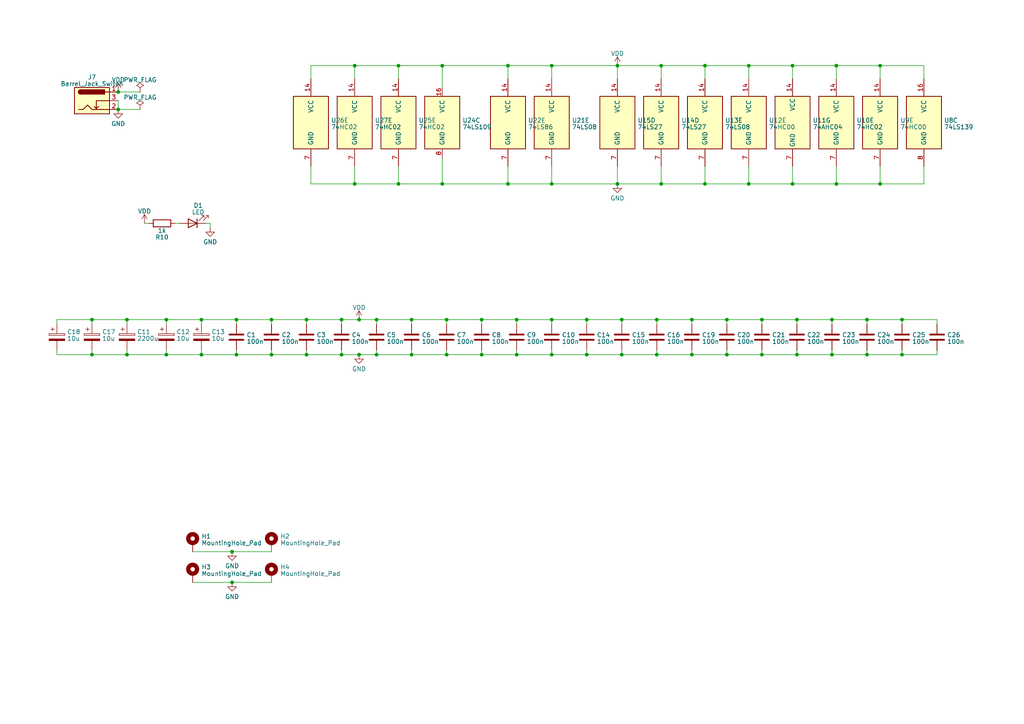
<source format=kicad_sch>
(kicad_sch (version 20230121) (generator eeschema)
  (paper "A4")
  (lib_symbols
    (symbol "74xx:74AHC04"
      (property "Reference" "U" (at 0 1.27 0))
      (property "Value" "74AHC04" (at 0 -1.27 0))
      (symbol "74AHC04_1_0"
        (pin input line (at -7.62 0 0) (length 3.81) (name "~") (number "1"))
        (pin output inverted (at 7.62 0 180) (length 3.81) (name "~") (number "2"))
      )
      (symbol "74AHC04_2_0"
        (pin input line (at -7.62 0 0) (length 3.81) (name "~") (number "3"))
        (pin output inverted (at 7.62 0 180) (length 3.81) (name "~") (number "4"))
      )
      (symbol "74AHC04_3_0"
        (pin input line (at -7.62 0 0) (length 3.81) (name "~") (number "5"))
        (pin output inverted (at 7.62 0 180) (length 3.81) (name "~") (number "6"))
      )
      (symbol "74AHC04_4_0"
        (pin output inverted (at 7.62 0 180) (length 3.81) (name "~") (number "8"))
        (pin input line (at -7.62 0 0) (length 3.81) (name "~") (number "9"))
      )
      (symbol "74AHC04_5_0"
        (pin output inverted (at 7.62 0 180) (length 3.81) (name "~") (number "10"))
        (pin input line (at -7.62 0 0) (length 3.81) (name "~") (number "11"))
      )
      (symbol "74AHC04_6_0"
        (pin output inverted (at 7.62 0 180) (length 3.81) (name "~") (number "12"))
        (pin input line (at -7.62 0 0) (length 3.81) (name "~") (number "13"))
      )
      (symbol "74AHC04_7_0"
        (pin power_in line (at 0 12.7 270) (length 5.08) (name "VCC") (number "14"))
        (pin power_in line (at 0 -12.7 90) (length 5.08) (name "GND") (number "7"))
      )
    )
    (symbol "74xx:74HC00" (pin_names (offset 1.016))
      (property "Reference" "U" (at 0 1.27 0))
      (property "Value" "74HC00" (at 0 -1.27 0))
      (symbol "74HC00_1_1"
        (pin input line (at -7.62 2.54 0) (length 3.81) (name "~") (number "1"))
        (pin input line (at -7.62 -2.54 0) (length 3.81) (name "~") (number "2"))
        (pin output inverted (at 7.62 0 180) (length 3.81) (name "~") (number "3"))
      )
      (symbol "74HC00_1_2"
        (pin input inverted (at -7.62 2.54 0) (length 4.318) (name "~") (number "1"))
        (pin input inverted (at -7.62 -2.54 0) (length 4.318) (name "~") (number "2"))
        (pin output line (at 7.62 0 180) (length 3.81) (name "~") (number "3"))
      )
      (symbol "74HC00_2_1"
        (pin input line (at -7.62 2.54 0) (length 3.81) (name "~") (number "4"))
        (pin input line (at -7.62 -2.54 0) (length 3.81) (name "~") (number "5"))
        (pin output inverted (at 7.62 0 180) (length 3.81) (name "~") (number "6"))
      )
      (symbol "74HC00_2_2"
        (pin input inverted (at -7.62 2.54 0) (length 4.318) (name "~") (number "4"))
        (pin input inverted (at -7.62 -2.54 0) (length 4.318) (name "~") (number "5"))
        (pin output line (at 7.62 0 180) (length 3.81) (name "~") (number "6"))
      )
      (symbol "74HC00_3_1"
        (pin input line (at -7.62 -2.54 0) (length 3.81) (name "~") (number "10"))
        (pin output inverted (at 7.62 0 180) (length 3.81) (name "~") (number "8"))
        (pin input line (at -7.62 2.54 0) (length 3.81) (name "~") (number "9"))
      )
      (symbol "74HC00_3_2"
        (pin input inverted (at -7.62 -2.54 0) (length 4.318) (name "~") (number "10"))
        (pin output line (at 7.62 0 180) (length 3.81) (name "~") (number "8"))
        (pin input inverted (at -7.62 2.54 0) (length 4.318) (name "~") (number "9"))
      )
      (symbol "74HC00_4_1"
        (pin output inverted (at 7.62 0 180) (length 3.81) (name "~") (number "11"))
        (pin input line (at -7.62 2.54 0) (length 3.81) (name "~") (number "12"))
        (pin input line (at -7.62 -2.54 0) (length 3.81) (name "~") (number "13"))
      )
      (symbol "74HC00_4_2"
        (pin output line (at 7.62 0 180) (length 3.81) (name "~") (number "11"))
        (pin input inverted (at -7.62 2.54 0) (length 4.318) (name "~") (number "12"))
        (pin input inverted (at -7.62 -2.54 0) (length 4.318) (name "~") (number "13"))
      )
      (symbol "74HC00_5_0"
        (pin power_in line (at 0 12.7 270) (length 5.08) (name "VCC") (number "14"))
        (pin power_in line (at 0 -12.7 90) (length 5.08) (name "GND") (number "7"))
      )
    )
    (symbol "74xx:74HC02" (pin_names (offset 1.016))
      (property "Reference" "U" (at 0 1.27 0))
      (property "Value" "74HC02" (at 0 -1.27 0))
      (symbol "74HC02_1_1"
        (pin output inverted (at 7.62 0 180) (length 3.81) (name "~") (number "1"))
        (pin input line (at -7.62 2.54 0) (length 4.318) (name "~") (number "2"))
        (pin input line (at -7.62 -2.54 0) (length 4.318) (name "~") (number "3"))
      )
      (symbol "74HC02_1_2"
        (pin output line (at 7.62 0 180) (length 3.81) (name "~") (number "1"))
        (pin input inverted (at -7.62 2.54 0) (length 3.81) (name "~") (number "2"))
        (pin input inverted (at -7.62 -2.54 0) (length 3.81) (name "~") (number "3"))
      )
      (symbol "74HC02_2_1"
        (pin output inverted (at 7.62 0 180) (length 3.81) (name "~") (number "4"))
        (pin input line (at -7.62 2.54 0) (length 4.318) (name "~") (number "5"))
        (pin input line (at -7.62 -2.54 0) (length 4.318) (name "~") (number "6"))
      )
      (symbol "74HC02_2_2"
        (pin output line (at 7.62 0 180) (length 3.81) (name "~") (number "4"))
        (pin input inverted (at -7.62 2.54 0) (length 3.81) (name "~") (number "5"))
        (pin input inverted (at -7.62 -2.54 0) (length 3.81) (name "~") (number "6"))
      )
      (symbol "74HC02_3_1"
        (pin output inverted (at 7.62 0 180) (length 3.81) (name "~") (number "10"))
        (pin input line (at -7.62 2.54 0) (length 4.318) (name "~") (number "8"))
        (pin input line (at -7.62 -2.54 0) (length 4.318) (name "~") (number "9"))
      )
      (symbol "74HC02_3_2"
        (pin output line (at 7.62 0 180) (length 3.81) (name "~") (number "10"))
        (pin input inverted (at -7.62 2.54 0) (length 3.81) (name "~") (number "8"))
        (pin input inverted (at -7.62 -2.54 0) (length 3.81) (name "~") (number "9"))
      )
      (symbol "74HC02_4_1"
        (pin input line (at -7.62 2.54 0) (length 4.318) (name "~") (number "11"))
        (pin input line (at -7.62 -2.54 0) (length 4.318) (name "~") (number "12"))
        (pin output inverted (at 7.62 0 180) (length 3.81) (name "~") (number "13"))
      )
      (symbol "74HC02_4_2"
        (pin input inverted (at -7.62 2.54 0) (length 3.81) (name "~") (number "11"))
        (pin input inverted (at -7.62 -2.54 0) (length 3.81) (name "~") (number "12"))
        (pin output line (at 7.62 0 180) (length 3.81) (name "~") (number "13"))
      )
      (symbol "74HC02_5_0"
        (pin power_in line (at 0 12.7 270) (length 5.08) (name "VCC") (number "14"))
        (pin power_in line (at 0 -12.7 90) (length 5.08) (name "GND") (number "7"))
      )
    )
    (symbol "74xx:74LS08" (pin_names (offset 1.016))
      (property "Reference" "U" (at 0 1.27 0))
      (property "Value" "74LS08" (at 0 -1.27 0))
      (symbol "74LS08_1_1"
        (pin input line (at -7.62 2.54 0) (length 3.81) (name "~") (number "1"))
        (pin input line (at -7.62 -2.54 0) (length 3.81) (name "~") (number "2"))
        (pin output line (at 7.62 0 180) (length 3.81) (name "~") (number "3"))
      )
      (symbol "74LS08_1_2"
        (pin input inverted (at -7.62 2.54 0) (length 4.318) (name "~") (number "1"))
        (pin input inverted (at -7.62 -2.54 0) (length 4.318) (name "~") (number "2"))
        (pin output inverted (at 7.62 0 180) (length 3.81) (name "~") (number "3"))
      )
      (symbol "74LS08_2_1"
        (pin input line (at -7.62 2.54 0) (length 3.81) (name "~") (number "4"))
        (pin input line (at -7.62 -2.54 0) (length 3.81) (name "~") (number "5"))
        (pin output line (at 7.62 0 180) (length 3.81) (name "~") (number "6"))
      )
      (symbol "74LS08_2_2"
        (pin input inverted (at -7.62 2.54 0) (length 4.318) (name "~") (number "4"))
        (pin input inverted (at -7.62 -2.54 0) (length 4.318) (name "~") (number "5"))
        (pin output inverted (at 7.62 0 180) (length 3.81) (name "~") (number "6"))
      )
      (symbol "74LS08_3_1"
        (pin input line (at -7.62 -2.54 0) (length 3.81) (name "~") (number "10"))
        (pin output line (at 7.62 0 180) (length 3.81) (name "~") (number "8"))
        (pin input line (at -7.62 2.54 0) (length 3.81) (name "~") (number "9"))
      )
      (symbol "74LS08_3_2"
        (pin input inverted (at -7.62 -2.54 0) (length 4.318) (name "~") (number "10"))
        (pin output inverted (at 7.62 0 180) (length 3.81) (name "~") (number "8"))
        (pin input inverted (at -7.62 2.54 0) (length 4.318) (name "~") (number "9"))
      )
      (symbol "74LS08_4_1"
        (pin output line (at 7.62 0 180) (length 3.81) (name "~") (number "11"))
        (pin input line (at -7.62 2.54 0) (length 3.81) (name "~") (number "12"))
        (pin input line (at -7.62 -2.54 0) (length 3.81) (name "~") (number "13"))
      )
      (symbol "74LS08_4_2"
        (pin output inverted (at 7.62 0 180) (length 3.81) (name "~") (number "11"))
        (pin input inverted (at -7.62 2.54 0) (length 4.318) (name "~") (number "12"))
        (pin input inverted (at -7.62 -2.54 0) (length 4.318) (name "~") (number "13"))
      )
      (symbol "74LS08_5_0"
        (pin power_in line (at 0 12.7 270) (length 5.08) (name "VCC") (number "14"))
        (pin power_in line (at 0 -12.7 90) (length 5.08) (name "GND") (number "7"))
      )
    )
    (symbol "74xx:74LS109" (pin_names (offset 1.016))
      (property "Reference" "U" (at -7.62 8.89 0))
      (property "Value" "74LS109" (at -7.62 -8.89 0))
      (symbol "74LS109_1_0"
        (pin input line (at 0 -7.62 90) (length 2.54) (name "~{R}") (number "1"))
        (pin input line (at -7.62 2.54 0) (length 2.54) (name "J") (number "2"))
        (pin input line (at -7.62 -2.54 0) (length 2.54) (name "~{K}") (number "3"))
        (pin input clock (at -7.62 0 0) (length 2.54) (name "C") (number "4"))
        (pin input line (at 0 7.62 270) (length 2.54) (name "~{S}") (number "5"))
        (pin output line (at 7.62 2.54 180) (length 2.54) (name "Q") (number "6"))
        (pin output line (at 7.62 -2.54 180) (length 2.54) (name "~{Q}") (number "7"))
      )
      (symbol "74LS109_2_0"
        (pin output line (at 7.62 2.54 180) (length 2.54) (name "Q") (number "10"))
        (pin input line (at 0 7.62 270) (length 2.54) (name "~{S}") (number "11"))
        (pin input clock (at -7.62 0 0) (length 2.54) (name "C") (number "12"))
        (pin input line (at -7.62 -2.54 0) (length 2.54) (name "~{K}") (number "13"))
        (pin input line (at -7.62 2.54 0) (length 2.54) (name "J") (number "14"))
        (pin input line (at 0 -7.62 90) (length 2.54) (name "~{R}") (number "15"))
        (pin output line (at 7.62 -2.54 180) (length 2.54) (name "~{Q}") (number "9"))
      )
      (symbol "74LS109_3_0"
        (pin power_in line (at 0 10.16 270) (length 2.54) (name "VCC") (number "16"))
        (pin power_in line (at 0 -10.16 90) (length 2.54) (name "GND") (number "8"))
      )
    )
    (symbol "74xx:74LS139" (pin_names (offset 1.016))
      (property "Reference" "U" (at -7.62 8.89 0))
      (property "Value" "74LS139" (at -7.62 -8.89 0))
      (symbol "74LS139_1_0"
        (pin input inverted (at -12.7 -5.08 0) (length 5.08) (name "E") (number "1"))
        (pin input line (at -12.7 0 0) (length 5.08) (name "A0") (number "2"))
        (pin input line (at -12.7 2.54 0) (length 5.08) (name "A1") (number "3"))
        (pin output inverted (at 12.7 2.54 180) (length 5.08) (name "O0") (number "4"))
        (pin output inverted (at 12.7 0 180) (length 5.08) (name "O1") (number "5"))
        (pin output inverted (at 12.7 -2.54 180) (length 5.08) (name "O2") (number "6"))
        (pin output inverted (at 12.7 -5.08 180) (length 5.08) (name "O3") (number "7"))
      )
      (symbol "74LS139_2_0"
        (pin output inverted (at 12.7 -2.54 180) (length 5.08) (name "O2") (number "10"))
        (pin output inverted (at 12.7 0 180) (length 5.08) (name "O1") (number "11"))
        (pin output inverted (at 12.7 2.54 180) (length 5.08) (name "O0") (number "12"))
        (pin input line (at -12.7 2.54 0) (length 5.08) (name "A1") (number "13"))
        (pin input line (at -12.7 0 0) (length 5.08) (name "A0") (number "14"))
        (pin input inverted (at -12.7 -5.08 0) (length 5.08) (name "E") (number "15"))
        (pin output inverted (at 12.7 -5.08 180) (length 5.08) (name "O3") (number "9"))
      )
      (symbol "74LS139_3_0"
        (pin power_in line (at 0 12.7 270) (length 5.08) (name "VCC") (number "16"))
        (pin power_in line (at 0 -12.7 90) (length 5.08) (name "GND") (number "8"))
      )
    )
    (symbol "74xx:74LS27" (pin_names (offset 1.016))
      (property "Reference" "U" (at 0 1.27 0))
      (property "Value" "74LS27" (at 0 -1.27 0))
      (symbol "74LS27_1_1"
        (pin input line (at -7.62 2.54 0) (length 4.318) (name "~") (number "1"))
        (pin output inverted (at 7.62 0 180) (length 3.81) (name "~") (number "12"))
        (pin input line (at -7.62 -2.54 0) (length 4.318) (name "~") (number "13"))
        (pin input line (at -7.62 0 0) (length 4.953) (name "~") (number "2"))
      )
      (symbol "74LS27_1_2"
        (pin input inverted (at -7.62 2.54 0) (length 3.81) (name "~") (number "1"))
        (pin output line (at 7.62 0 180) (length 3.81) (name "~") (number "12"))
        (pin input inverted (at -7.62 -2.54 0) (length 3.81) (name "~") (number "13"))
        (pin input inverted (at -7.62 0 0) (length 3.81) (name "~") (number "2"))
      )
      (symbol "74LS27_2_1"
        (pin input line (at -7.62 2.54 0) (length 4.318) (name "~") (number "3"))
        (pin input line (at -7.62 0 0) (length 4.953) (name "~") (number "4"))
        (pin input line (at -7.62 -2.54 0) (length 4.318) (name "~") (number "5"))
        (pin output inverted (at 7.62 0 180) (length 3.81) (name "~") (number "6"))
      )
      (symbol "74LS27_2_2"
        (pin input inverted (at -7.62 2.54 0) (length 3.81) (name "~") (number "3"))
        (pin input inverted (at -7.62 0 0) (length 3.81) (name "~") (number "4"))
        (pin input inverted (at -7.62 -2.54 0) (length 3.81) (name "~") (number "5"))
        (pin output line (at 7.62 0 180) (length 3.81) (name "~") (number "6"))
      )
      (symbol "74LS27_3_1"
        (pin input line (at -7.62 0 0) (length 4.953) (name "~") (number "10"))
        (pin input line (at -7.62 -2.54 0) (length 4.318) (name "~") (number "11"))
        (pin output inverted (at 7.62 0 180) (length 3.81) (name "~") (number "8"))
        (pin input line (at -7.62 2.54 0) (length 4.318) (name "~") (number "9"))
      )
      (symbol "74LS27_3_2"
        (pin input inverted (at -7.62 0 0) (length 3.81) (name "~") (number "10"))
        (pin input inverted (at -7.62 -2.54 0) (length 3.81) (name "~") (number "11"))
        (pin output line (at 7.62 0 180) (length 3.81) (name "~") (number "8"))
        (pin input inverted (at -7.62 2.54 0) (length 3.81) (name "~") (number "9"))
      )
      (symbol "74LS27_4_0"
        (pin power_in line (at 0 12.7 270) (length 5.08) (name "VCC") (number "14"))
        (pin power_in line (at 0 -12.7 90) (length 5.08) (name "GND") (number "7"))
      )
    )
    (symbol "74xx:74LS86" (pin_names (offset 1.016))
      (property "Reference" "U" (at 0 1.27 0))
      (property "Value" "74LS86" (at 0 -1.27 0))
      (symbol "74LS86_1_0"
        (pin input line (at -7.62 2.54 0) (length 4.445) (name "~") (number "1"))
        (pin input line (at -7.62 -2.54 0) (length 4.445) (name "~") (number "2"))
        (pin output line (at 7.62 0 180) (length 3.81) (name "~") (number "3"))
      )
      (symbol "74LS86_2_0"
        (pin input line (at -7.62 2.54 0) (length 4.445) (name "~") (number "4"))
        (pin input line (at -7.62 -2.54 0) (length 4.445) (name "~") (number "5"))
        (pin output line (at 7.62 0 180) (length 3.81) (name "~") (number "6"))
      )
      (symbol "74LS86_3_0"
        (pin input line (at -7.62 -2.54 0) (length 4.445) (name "~") (number "10"))
        (pin output line (at 7.62 0 180) (length 3.81) (name "~") (number "8"))
        (pin input line (at -7.62 2.54 0) (length 4.445) (name "~") (number "9"))
      )
      (symbol "74LS86_4_0"
        (pin output line (at 7.62 0 180) (length 3.81) (name "~") (number "11"))
        (pin input line (at -7.62 2.54 0) (length 4.445) (name "~") (number "12"))
        (pin input line (at -7.62 -2.54 0) (length 4.445) (name "~") (number "13"))
      )
      (symbol "74LS86_5_0"
        (pin power_in line (at 0 12.7 270) (length 5.08) (name "VCC") (number "14"))
        (pin power_in line (at 0 -12.7 90) (length 5.08) (name "GND") (number "7"))
      )
    )
    (symbol "Connector:Barrel_Jack_Switch" (pin_names hide)
      (property "Reference" "J" (at 0 5.334 0))
      (property "Value" "Barrel_Jack_Switch" (at 0 -5.08 0))
      (symbol "Barrel_Jack_Switch_1_1"
        (pin passive line (at 7.62 2.54 180) (length 2.54) (name "~") (number "1"))
        (pin passive line (at 7.62 -2.54 180) (length 2.54) (name "~") (number "2"))
        (pin passive line (at 7.62 0 180) (length 2.54) (name "~") (number "3"))
      )
    )
    (symbol "Device:C" (pin_numbers hide) (pin_names (offset 0.254))
      (property "Reference" "C" (at 0.635 2.54 0))
      (property "Value" "C" (at 0.635 -2.54 0))
      (symbol "C_1_1"
        (pin passive line (at 0 3.81 270) (length 2.794) (name "~") (number "1"))
        (pin passive line (at 0 -3.81 90) (length 2.794) (name "~") (number "2"))
      )
    )
    (symbol "Device:C_Polarized" (pin_numbers hide) (pin_names (offset 0.254))
      (property "Reference" "C" (at 0.635 2.54 0))
      (property "Value" "C_Polarized" (at 0.635 -2.54 0))
      (symbol "C_Polarized_1_1"
        (pin passive line (at 0 3.81 270) (length 2.794) (name "~") (number "1"))
        (pin passive line (at 0 -3.81 90) (length 2.794) (name "~") (number "2"))
      )
    )
    (symbol "Device:LED" (pin_numbers hide) (pin_names (offset 1.016) hide)
      (property "Reference" "D" (at 0 2.54 0))
      (property "Value" "LED" (at 0 -2.54 0))
      (symbol "LED_1_1"
        (pin passive line (at -3.81 0 0) (length 2.54) (name "K") (number "1"))
        (pin passive line (at 3.81 0 180) (length 2.54) (name "A") (number "2"))
      )
    )
    (symbol "Device:R" (pin_numbers hide) (pin_names (offset 0))
      (property "Reference" "R" (at 2.032 0 90))
      (property "Value" "R" (at 0 0 90))
      (symbol "R_1_1"
        (pin passive line (at 0 3.81 270) (length 1.27) (name "~") (number "1"))
        (pin passive line (at 0 -3.81 90) (length 1.27) (name "~") (number "2"))
      )
    )
    (symbol "Mechanical:MountingHole_Pad" (pin_numbers hide) (pin_names (offset 1.016) hide)
      (property "Reference" "H" (at 0 6.35 0))
      (property "Value" "MountingHole_Pad" (at 0 4.445 0))
      (symbol "MountingHole_Pad_1_1"
        (pin input line (at 0 -2.54 90) (length 2.54) (name "1") (number "1"))
      )
    )
    (symbol "power:GND" (power) (pin_names (offset 0))
      (property "Value" "GND" (at 0 -3.81 0))
      (symbol "GND_1_1"
        (pin power_in line (at 0 0 270) (length 0) hide (name "GND") (number "1"))
      )
    )
    (symbol "power:PWR_FLAG" (power) (pin_numbers hide) (pin_names (offset 0) hide)
      (property "Value" "PWR_FLAG" (at 0 3.81 0))
      (symbol "PWR_FLAG_0_0"
        (pin power_out line (at 0 0 90) (length 0) (name "pwr") (number "1"))
      )
    )
    (symbol "power:VDD" (power) (pin_names (offset 0))
      (property "Value" "VDD" (at 0 3.81 0))
      (symbol "VDD_1_1"
        (pin power_in line (at 0 0 90) (length 0) hide (name "VDD") (number "1"))
      )
    )
  )
  (junction (at 191.77 19.05))
  (junction (at 149.86 92.71))
  (junction (at 179.07 53.34))
  (junction (at 180.34 92.71))
  (junction (at 68.58 102.87))
  (junction (at 220.98 92.71))
  (junction (at 102.87 53.34))
  (junction (at 119.38 102.87))
  (junction (at 104.14 92.71))
  (junction (at 160.02 19.05))
  (junction (at 204.47 19.05))
  (junction (at 147.32 53.34))
  (junction (at 34.29 31.75))
  (junction (at 149.86 102.87))
  (junction (at 36.83 102.87))
  (junction (at 109.22 92.71))
  (junction (at 88.9 92.71))
  (junction (at 139.7 92.71))
  (junction (at 180.34 102.87))
  (junction (at 139.7 102.87))
  (junction (at 204.47 53.34))
  (junction (at 34.29 26.67))
  (junction (at 251.46 102.87))
  (junction (at 128.27 53.34))
  (junction (at 200.66 92.71))
  (junction (at 255.27 19.05))
  (junction (at 229.87 53.34))
  (junction (at 160.02 92.71))
  (junction (at 217.17 19.05))
  (junction (at 99.06 92.71))
  (junction (at 210.82 92.71))
  (junction (at 109.22 102.87))
  (junction (at 160.02 102.87))
  (junction (at 58.42 92.71))
  (junction (at 231.14 92.71))
  (junction (at 78.74 92.71))
  (junction (at 241.3 102.87))
  (junction (at 229.87 19.05))
  (junction (at 242.57 53.34))
  (junction (at 78.74 102.87))
  (junction (at 261.62 102.87))
  (junction (at 48.26 92.71))
  (junction (at 88.9 102.87))
  (junction (at 251.46 92.71))
  (junction (at 217.17 53.34))
  (junction (at 147.32 19.05))
  (junction (at 119.38 92.71))
  (junction (at 190.5 102.87))
  (junction (at 200.66 102.87))
  (junction (at 99.06 102.87))
  (junction (at 160.02 53.34))
  (junction (at 128.27 19.05))
  (junction (at 67.31 160.02))
  (junction (at 241.3 92.71))
  (junction (at 48.26 102.87))
  (junction (at 26.67 92.71))
  (junction (at 26.67 102.87))
  (junction (at 68.58 92.71))
  (junction (at 129.54 102.87))
  (junction (at 67.31 168.91))
  (junction (at 179.07 19.05))
  (junction (at 220.98 102.87))
  (junction (at 36.83 92.71))
  (junction (at 104.14 102.87))
  (junction (at 129.54 92.71))
  (junction (at 170.18 92.71))
  (junction (at 170.18 102.87))
  (junction (at 231.14 102.87))
  (junction (at 242.57 19.05))
  (junction (at 115.57 19.05))
  (junction (at 261.62 92.71))
  (junction (at 255.27 53.34))
  (junction (at 210.82 102.87))
  (junction (at 115.57 53.34))
  (junction (at 58.42 102.87))
  (junction (at 102.87 19.05))
  (junction (at 191.77 53.34))
  (junction (at 190.5 92.71))
  (wire (pts (xy 147.32 22.86) (xy 147.32 19.05)))
  (wire (pts (xy 68.58 93.98) (xy 68.58 92.71)))
  (wire (pts (xy 90.17 48.26) (xy 90.17 53.34)))
  (wire (pts (xy 26.67 92.71) (xy 36.83 92.71)))
  (wire (pts (xy 59.69 64.77) (xy 60.96 64.77)))
  (wire (pts (xy 160.02 53.34) (xy 179.07 53.34)))
  (wire (pts (xy 190.5 92.71) (xy 200.66 92.71)))
  (wire (pts (xy 119.38 101.6) (xy 119.38 102.87)))
  (wire (pts (xy 242.57 53.34) (xy 255.27 53.34)))
  (wire (pts (xy 220.98 92.71) (xy 231.14 92.71)))
  (wire (pts (xy 147.32 53.34) (xy 160.02 53.34)))
  (wire (pts (xy 129.54 101.6) (xy 129.54 102.87)))
  (wire (pts (xy 217.17 53.34) (xy 229.87 53.34)))
  (wire (pts (xy 88.9 102.87) (xy 78.74 102.87)))
  (wire (pts (xy 147.32 48.26) (xy 147.32 53.34)))
  (wire (pts (xy 217.17 19.05) (xy 229.87 19.05)))
  (wire (pts (xy 99.06 102.87) (xy 88.9 102.87)))
  (wire (pts (xy 179.07 48.26) (xy 179.07 53.34)))
  (wire (pts (xy 241.3 102.87) (xy 231.14 102.87)))
  (wire (pts (xy 128.27 45.72) (xy 128.27 53.34)))
  (wire (pts (xy 160.02 102.87) (xy 160.02 101.6)))
  (wire (pts (xy 115.57 53.34) (xy 128.27 53.34)))
  (wire (pts (xy 191.77 48.26) (xy 191.77 53.34)))
  (wire (pts (xy 26.67 102.87) (xy 36.83 102.87)))
  (wire (pts (xy 160.02 92.71) (xy 170.18 92.71)))
  (wire (pts (xy 210.82 92.71) (xy 210.82 93.98)))
  (wire (pts (xy 251.46 102.87) (xy 241.3 102.87)))
  (wire (pts (xy 109.22 102.87) (xy 104.14 102.87)))
  (wire (pts (xy 191.77 53.34) (xy 204.47 53.34)))
  (wire (pts (xy 241.3 92.71) (xy 241.3 93.98)))
  (wire (pts (xy 229.87 19.05) (xy 229.87 22.86)))
  (wire (pts (xy 48.26 92.71) (xy 48.26 93.98)))
  (wire (pts (xy 115.57 19.05) (xy 115.57 22.86)))
  (wire (pts (xy 160.02 19.05) (xy 179.07 19.05)))
  (wire (pts (xy 109.22 101.6) (xy 109.22 102.87)))
  (wire (pts (xy 191.77 19.05) (xy 191.77 22.86)))
  (wire (pts (xy 210.82 101.6) (xy 210.82 102.87)))
  (wire (pts (xy 109.22 92.71) (xy 109.22 93.98)))
  (wire (pts (xy 180.34 92.71) (xy 190.5 92.71)))
  (wire (pts (xy 271.78 93.98) (xy 271.78 92.71)))
  (wire (pts (xy 48.26 92.71) (xy 36.83 92.71)))
  (wire (pts (xy 267.97 53.34) (xy 267.97 48.26)))
  (wire (pts (xy 26.67 92.71) (xy 26.67 93.98)))
  (wire (pts (xy 204.47 48.26) (xy 204.47 53.34)))
  (wire (pts (xy 229.87 48.26) (xy 229.87 53.34)))
  (wire (pts (xy 170.18 93.98) (xy 170.18 92.71)))
  (wire (pts (xy 58.42 92.71) (xy 68.58 92.71)))
  (wire (pts (xy 67.31 160.02) (xy 78.74 160.02)))
  (wire (pts (xy 255.27 48.26) (xy 255.27 53.34)))
  (wire (pts (xy 255.27 19.05) (xy 255.27 22.86)))
  (wire (pts (xy 67.31 168.91) (xy 78.74 168.91)))
  (wire (pts (xy 115.57 48.26) (xy 115.57 53.34)))
  (wire (pts (xy 242.57 48.26) (xy 242.57 53.34)))
  (wire (pts (xy 251.46 92.71) (xy 261.62 92.71)))
  (wire (pts (xy 26.67 101.6) (xy 26.67 102.87)))
  (wire (pts (xy 200.66 102.87) (xy 190.5 102.87)))
  (wire (pts (xy 160.02 93.98) (xy 160.02 92.71)))
  (wire (pts (xy 128.27 53.34) (xy 147.32 53.34)))
  (wire (pts (xy 104.14 102.87) (xy 99.06 102.87)))
  (wire (pts (xy 204.47 19.05) (xy 217.17 19.05)))
  (wire (pts (xy 34.29 29.21) (xy 34.29 31.75)))
  (wire (pts (xy 119.38 92.71) (xy 119.38 93.98)))
  (wire (pts (xy 149.86 102.87) (xy 139.7 102.87)))
  (wire (pts (xy 58.42 102.87) (xy 58.42 101.6)))
  (wire (pts (xy 88.9 92.71) (xy 99.06 92.71)))
  (wire (pts (xy 217.17 19.05) (xy 217.17 22.86)))
  (wire (pts (xy 102.87 22.86) (xy 102.87 19.05)))
  (wire (pts (xy 129.54 102.87) (xy 119.38 102.87)))
  (wire (pts (xy 90.17 22.86) (xy 90.17 19.05)))
  (wire (pts (xy 179.07 19.05) (xy 191.77 19.05)))
  (wire (pts (xy 102.87 53.34) (xy 115.57 53.34)))
  (wire (pts (xy 78.74 101.6) (xy 78.74 102.87)))
  (wire (pts (xy 251.46 101.6) (xy 251.46 102.87)))
  (wire (pts (xy 129.54 92.71) (xy 129.54 93.98)))
  (wire (pts (xy 180.34 92.71) (xy 180.34 93.98)))
  (wire (pts (xy 190.5 102.87) (xy 190.5 101.6)))
  (wire (pts (xy 231.14 101.6) (xy 231.14 102.87)))
  (wire (pts (xy 160.02 48.26) (xy 160.02 53.34)))
  (wire (pts (xy 241.3 92.71) (xy 251.46 92.71)))
  (wire (pts (xy 220.98 102.87) (xy 210.82 102.87)))
  (wire (pts (xy 160.02 102.87) (xy 149.86 102.87)))
  (wire (pts (xy 149.86 92.71) (xy 160.02 92.71)))
  (wire (pts (xy 78.74 92.71) (xy 78.74 93.98)))
  (wire (pts (xy 255.27 53.34) (xy 267.97 53.34)))
  (wire (pts (xy 68.58 92.71) (xy 78.74 92.71)))
  (wire (pts (xy 220.98 93.98) (xy 220.98 92.71)))
  (wire (pts (xy 170.18 92.71) (xy 180.34 92.71)))
  (wire (pts (xy 102.87 48.26) (xy 102.87 53.34)))
  (wire (pts (xy 109.22 92.71) (xy 119.38 92.71)))
  (wire (pts (xy 41.91 64.77) (xy 43.18 64.77)))
  (wire (pts (xy 147.32 19.05) (xy 160.02 19.05)))
  (wire (pts (xy 55.88 168.91) (xy 67.31 168.91)))
  (wire (pts (xy 200.66 92.71) (xy 200.66 93.98)))
  (wire (pts (xy 179.07 53.34) (xy 191.77 53.34)))
  (wire (pts (xy 128.27 19.05) (xy 128.27 25.4)))
  (wire (pts (xy 190.5 92.71) (xy 190.5 93.98)))
  (wire (pts (xy 251.46 93.98) (xy 251.46 92.71)))
  (wire (pts (xy 231.14 92.71) (xy 241.3 92.71)))
  (wire (pts (xy 231.14 102.87) (xy 220.98 102.87)))
  (wire (pts (xy 55.88 160.02) (xy 67.31 160.02)))
  (wire (pts (xy 241.3 101.6) (xy 241.3 102.87)))
  (wire (pts (xy 50.8 64.77) (xy 52.07 64.77)))
  (wire (pts (xy 16.51 101.6) (xy 16.51 102.87)))
  (wire (pts (xy 78.74 92.71) (xy 88.9 92.71)))
  (wire (pts (xy 88.9 101.6) (xy 88.9 102.87)))
  (wire (pts (xy 16.51 92.71) (xy 26.67 92.71)))
  (wire (pts (xy 200.66 92.71) (xy 210.82 92.71)))
  (wire (pts (xy 36.83 92.71) (xy 36.83 93.98)))
  (wire (pts (xy 102.87 19.05) (xy 115.57 19.05)))
  (wire (pts (xy 242.57 19.05) (xy 255.27 19.05)))
  (wire (pts (xy 139.7 92.71) (xy 139.7 93.98)))
  (wire (pts (xy 48.26 102.87) (xy 58.42 102.87)))
  (wire (pts (xy 36.83 102.87) (xy 48.26 102.87)))
  (wire (pts (xy 149.86 101.6) (xy 149.86 102.87)))
  (wire (pts (xy 229.87 19.05) (xy 242.57 19.05)))
  (wire (pts (xy 180.34 102.87) (xy 190.5 102.87)))
  (wire (pts (xy 170.18 102.87) (xy 180.34 102.87)))
  (wire (pts (xy 128.27 19.05) (xy 147.32 19.05)))
  (wire (pts (xy 231.14 92.71) (xy 231.14 93.98)))
  (wire (pts (xy 16.51 93.98) (xy 16.51 92.71)))
  (wire (pts (xy 34.29 31.75) (xy 40.64 31.75)))
  (wire (pts (xy 229.87 53.34) (xy 242.57 53.34)))
  (wire (pts (xy 36.83 101.6) (xy 36.83 102.87)))
  (wire (pts (xy 119.38 92.71) (xy 129.54 92.71)))
  (wire (pts (xy 90.17 53.34) (xy 102.87 53.34)))
  (wire (pts (xy 88.9 92.71) (xy 88.9 93.98)))
  (wire (pts (xy 139.7 102.87) (xy 129.54 102.87)))
  (wire (pts (xy 68.58 102.87) (xy 68.58 101.6)))
  (wire (pts (xy 115.57 19.05) (xy 128.27 19.05)))
  (wire (pts (xy 90.17 19.05) (xy 102.87 19.05)))
  (wire (pts (xy 180.34 102.87) (xy 180.34 101.6)))
  (wire (pts (xy 191.77 19.05) (xy 204.47 19.05)))
  (wire (pts (xy 34.29 26.67) (xy 40.64 26.67)))
  (wire (pts (xy 104.14 92.71) (xy 109.22 92.71)))
  (wire (pts (xy 261.62 92.71) (xy 261.62 93.98)))
  (wire (pts (xy 261.62 102.87) (xy 251.46 102.87)))
  (wire (pts (xy 220.98 101.6) (xy 220.98 102.87)))
  (wire (pts (xy 160.02 22.86) (xy 160.02 19.05)))
  (wire (pts (xy 58.42 92.71) (xy 48.26 92.71)))
  (wire (pts (xy 16.51 102.87) (xy 26.67 102.87)))
  (wire (pts (xy 149.86 93.98) (xy 149.86 92.71)))
  (wire (pts (xy 78.74 102.87) (xy 68.58 102.87)))
  (wire (pts (xy 200.66 101.6) (xy 200.66 102.87)))
  (wire (pts (xy 179.07 22.86) (xy 179.07 19.05)))
  (wire (pts (xy 99.06 92.71) (xy 104.14 92.71)))
  (wire (pts (xy 129.54 92.71) (xy 139.7 92.71)))
  (wire (pts (xy 170.18 101.6) (xy 170.18 102.87)))
  (wire (pts (xy 261.62 101.6) (xy 261.62 102.87)))
  (wire (pts (xy 170.18 102.87) (xy 160.02 102.87)))
  (wire (pts (xy 58.42 102.87) (xy 68.58 102.87)))
  (wire (pts (xy 261.62 92.71) (xy 271.78 92.71)))
  (wire (pts (xy 255.27 19.05) (xy 267.97 19.05)))
  (wire (pts (xy 217.17 48.26) (xy 217.17 53.34)))
  (wire (pts (xy 204.47 19.05) (xy 204.47 22.86)))
  (wire (pts (xy 271.78 101.6) (xy 271.78 102.87)))
  (wire (pts (xy 210.82 92.71) (xy 220.98 92.71)))
  (wire (pts (xy 210.82 102.87) (xy 200.66 102.87)))
  (wire (pts (xy 242.57 19.05) (xy 242.57 22.86)))
  (wire (pts (xy 139.7 101.6) (xy 139.7 102.87)))
  (wire (pts (xy 271.78 102.87) (xy 261.62 102.87)))
  (wire (pts (xy 99.06 92.71) (xy 99.06 93.98)))
  (wire (pts (xy 99.06 101.6) (xy 99.06 102.87)))
  (wire (pts (xy 119.38 102.87) (xy 109.22 102.87)))
  (wire (pts (xy 204.47 53.34) (xy 217.17 53.34)))
  (wire (pts (xy 60.96 64.77) (xy 60.96 66.04)))
  (wire (pts (xy 48.26 101.6) (xy 48.26 102.87)))
  (wire (pts (xy 267.97 19.05) (xy 267.97 22.86)))
  (wire (pts (xy 58.42 93.98) (xy 58.42 92.71)))
  (wire (pts (xy 139.7 92.71) (xy 149.86 92.71)))
  (symbol (lib_id "74xx:74LS27") (at 179.07 35.56 0) (unit 4)
    (property "Reference" "U15" (at 184.912 34.9163 0) (effects (justify left)))
    (property "Value" "74LS27" (at 184.912 36.8373 0) (effects (justify left)))
    (property "Footprint" "Package_DIP:DIP-14_W7.62mm" (effects hide))
    (property "Datasheet" "http://www.ti.com/lit/gpn/sn74LS27" (effects hide))
    (instances (project "EXP6502" (path "" (reference "U15") (unit 4)) (path "" (reference "U14") (unit 4))))
  )
  (symbol (lib_id "Device:C") (at 220.98 97.79 0) (unit 1)
    (property "Reference" "C21" (at 223.901 97.1463 0) (effects (justify left)))
    (property "Value" "100n" (at 223.901 99.0673 0) (effects (justify left)))
    (property "Footprint" "Capacitor_THT:C_Disc_D3.8mm_W2.6mm_P2.50mm" (effects hide))
  )
  (symbol (lib_id "Device:C") (at 200.66 97.79 0) (unit 1)
    (property "Reference" "C19" (at 203.581 97.1463 0) (effects (justify left)))
    (property "Value" "100n" (at 203.581 99.0673 0) (effects (justify left)))
    (property "Footprint" "Capacitor_THT:C_Disc_D3.8mm_W2.6mm_P2.50mm" (effects hide))
  )
  (symbol (lib_id "Device:R") (at 46.99 64.77 270) (unit 1)
    (property "Reference" "R10" (at 46.99 68.7959 90))
    (property "Value" "1k" (at 46.99 66.8749 90))
    (property "Footprint" "Resistor_THT:R_Axial_DIN0207_L6.3mm_D2.5mm_P2.54mm_Vertical" (effects hide))
    (instances (project "EXP6502" (path "" (reference "R10") (unit 1)) (path "" (reference "R14") (unit 1)) (path "" (reference "R2") (unit 1))))
  )
  (symbol (lib_id "Device:C") (at 210.82 97.79 0) (unit 1)
    (property "Reference" "C20" (at 213.741 97.1463 0) (effects (justify left)))
    (property "Value" "100n" (at 213.741 99.0673 0) (effects (justify left)))
    (property "Footprint" "Capacitor_THT:C_Disc_D3.8mm_W2.6mm_P2.50mm" (effects hide))
  )
  (symbol (lib_id "Device:C_Polarized") (at 58.42 97.79 0) (unit 1)
    (property "Reference" "C13" (at 61.341 96.2573 0) (effects (justify left)))
    (property "Value" "10u" (at 61.341 98.1783 0) (effects (justify left)))
    (property "Footprint" "Capacitor_THT:CP_Radial_D5.0mm_P2.00mm" (effects hide))
  )
  (symbol (lib_id "Device:C") (at 231.14 97.79 0) (unit 1)
    (property "Reference" "C22" (at 234.061 97.1463 0) (effects (justify left)))
    (property "Value" "100n" (at 234.061 99.0673 0) (effects (justify left)))
    (property "Footprint" "Capacitor_THT:C_Disc_D3.8mm_W2.6mm_P2.50mm" (effects hide))
  )
  (symbol (lib_id "Device:C") (at 78.74 97.79 0) (unit 1)
    (property "Reference" "C2" (at 81.661 97.1463 0) (effects (justify left)))
    (property "Value" "100n" (at 81.661 99.0673 0) (effects (justify left)))
    (property "Footprint" "Capacitor_THT:C_Axial_L3.8mm_D2.6mm_P7.50mm_Horizontal" (effects hide))
  )
  (symbol (lib_id "power:GND") (at 34.29 31.75 0) (unit 1)
    (property "Reference" "#PWR05" (effects hide))
    (property "Value" "GND" (at 34.29 35.8855 0))
    (instances (project "EXP6502" (path "" (reference "#PWR05") (unit 1)) (path "" (reference "#PWR010") (unit 1)) (path "" (reference "#PWR025") (unit 1))))
  )
  (symbol (lib_id "power:VDD") (at 179.07 19.05 0) (unit 1)
    (property "Reference" "#PWR01" (effects hide))
    (property "Value" "VDD" (at 179.07 15.5481 0))
    (instances (project "EXP6502" (path "" (reference "#PWR01") (unit 1)) (path "" (reference "#PWR09") (unit 1)) (path "" (reference "#PWR011") (unit 1))))
  )
  (symbol (lib_id "power:GND") (at 60.96 66.04 0) (unit 1)
    (property "Reference" "#PWR05" (effects hide))
    (property "Value" "GND" (at 60.96 70.1755 0))
    (instances (project "EXP6502" (path "" (reference "#PWR05") (unit 1)) (path "" (reference "#PWR099") (unit 1)) (path "" (reference "#PWR0102") (unit 1))))
  )
  (symbol (lib_id "Device:LED") (at 55.88 64.77 180) (unit 1)
    (property "Reference" "D1" (at 57.4675 59.6011 0))
    (property "Value" "LED" (at 57.4675 61.5221 0))
    (property "Footprint" "LED_THT:LED_D5.0mm" (effects hide))
    (instances (project "EXP6502" (path "" (reference "D1") (unit 1)) (path "" (reference "D2") (unit 1))))
  )
  (symbol (lib_id "Mechanical:MountingHole_Pad") (at 78.74 157.48 0) (unit 1)
    (property "Reference" "H2" (at 81.28 155.5663 0) (effects (justify left)))
    (property "Value" "MountingHole_Pad" (at 81.28 157.4873 0) (effects (justify left)))
    (property "Footprint" "MountingHole:MountingHole_2.2mm_M2_DIN965_Pad" (effects hide))
  )
  (symbol (lib_id "Device:C") (at 99.06 97.79 0) (unit 1)
    (property "Reference" "C4" (at 101.981 97.1463 0) (effects (justify left)))
    (property "Value" "100n" (at 101.981 99.0673 0) (effects (justify left)))
    (property "Footprint" "Capacitor_THT:C_Axial_L3.8mm_D2.6mm_P7.50mm_Horizontal" (effects hide))
  )
  (symbol (lib_id "74xx:74LS08") (at 160.02 35.56 0) (unit 5)
    (property "Reference" "U21" (at 165.862 34.9163 0) (effects (justify left)))
    (property "Value" "74LS08" (at 165.862 36.8373 0) (effects (justify left)))
    (property "Footprint" "Package_DIP:DIP-14_W7.62mm" (effects hide))
    (property "Datasheet" "http://www.ti.com/lit/gpn/sn74LS08" (effects hide))
  )
  (symbol (lib_id "74xx:74LS139") (at 267.97 35.56 0) (unit 3)
    (property "Reference" "U8" (at 273.812 34.9163 0) (effects (justify left)))
    (property "Value" "74LS139" (at 273.812 36.8373 0) (effects (justify left)))
    (property "Footprint" "Package_DIP:DIP-16_W7.62mm" (effects hide))
    (property "Datasheet" "http://www.ti.com/lit/ds/symlink/sn74ls139a.pdf" (effects hide))
  )
  (symbol (lib_id "Device:C_Polarized") (at 48.26 97.79 0) (unit 1)
    (property "Reference" "C12" (at 51.181 96.2573 0) (effects (justify left)))
    (property "Value" "10u" (at 51.181 98.1783 0) (effects (justify left)))
    (property "Footprint" "Capacitor_THT:CP_Radial_D5.0mm_P2.00mm" (effects hide))
  )
  (symbol (lib_id "power:GND") (at 179.07 53.34 0) (unit 1)
    (property "Reference" "#PWR05" (effects hide))
    (property "Value" "GND" (at 179.07 57.4755 0))
    (instances (project "EXP6502" (path "" (reference "#PWR05") (unit 1)) (path "" (reference "#PWR010") (unit 1)) (path "" (reference "#PWR012") (unit 1))))
  )
  (symbol (lib_id "74xx:74HC02") (at 102.87 35.56 0) (unit 5)
    (property "Reference" "U27" (at 108.712 34.9163 0) (effects (justify left)))
    (property "Value" "74HC02" (at 108.712 36.8373 0) (effects (justify left)))
    (property "Footprint" "Package_DIP:DIP-14_W7.62mm" (effects hide))
    (property "Datasheet" "http://www.ti.com/lit/gpn/sn74hc02" (effects hide))
  )
  (symbol (lib_id "Device:C") (at 109.22 97.79 0) (unit 1)
    (property "Reference" "C5" (at 112.141 97.1463 0) (effects (justify left)))
    (property "Value" "100n" (at 112.141 99.0673 0) (effects (justify left)))
    (property "Footprint" "Capacitor_THT:C_Axial_L3.8mm_D2.6mm_P7.50mm_Horizontal" (effects hide))
  )
  (symbol (lib_id "Device:C") (at 180.34 97.79 0) (unit 1)
    (property "Reference" "C15" (at 183.261 97.1463 0) (effects (justify left)))
    (property "Value" "100n" (at 183.261 99.0673 0) (effects (justify left)))
    (property "Footprint" "Capacitor_THT:C_Axial_L3.8mm_D2.6mm_P7.50mm_Horizontal" (effects hide))
  )
  (symbol (lib_id "Device:C") (at 241.3 97.79 0) (unit 1)
    (property "Reference" "C23" (at 244.221 97.1463 0) (effects (justify left)))
    (property "Value" "100n" (at 244.221 99.0673 0) (effects (justify left)))
    (property "Footprint" "Capacitor_THT:C_Disc_D3.8mm_W2.6mm_P2.50mm" (effects hide))
  )
  (symbol (lib_id "Device:C") (at 139.7 97.79 0) (unit 1)
    (property "Reference" "C8" (at 142.621 97.1463 0) (effects (justify left)))
    (property "Value" "100n" (at 142.621 99.0673 0) (effects (justify left)))
    (property "Footprint" "Capacitor_THT:C_Axial_L3.8mm_D2.6mm_P7.50mm_Horizontal" (effects hide))
  )
  (symbol (lib_id "power:GND") (at 104.14 102.87 0) (unit 1)
    (property "Reference" "#PWR05" (effects hide))
    (property "Value" "GND" (at 104.14 107.0055 0))
    (instances (project "EXP6502" (path "" (reference "#PWR05") (unit 1)) (path "" (reference "#PWR010") (unit 1)) (path "" (reference "#PWR080") (unit 1))))
  )
  (symbol (lib_id "Mechanical:MountingHole_Pad") (at 55.88 157.48 0) (unit 1)
    (property "Reference" "H1" (at 58.42 155.5663 0) (effects (justify left)))
    (property "Value" "MountingHole_Pad" (at 58.42 157.4873 0) (effects (justify left)))
    (property "Footprint" "MountingHole:MountingHole_2.2mm_M2_DIN965_Pad" (effects hide))
  )
  (symbol (lib_id "Connector:Barrel_Jack_Switch") (at 26.67 29.21 0) (unit 1)
    (property "Reference" "J7" (at 26.67 22.3901 0))
    (property "Value" "Barrel_Jack_Switch" (at 26.67 24.3111 0))
    (property "Footprint" "Connector_BarrelJack:BarrelJack_Horizontal" (effects hide))
    (instances (project "EXP6502" (path "" (reference "J7") (unit 1)) (path "" (reference "J0") (unit 1))))
  )
  (symbol (lib_id "Device:C") (at 271.78 97.79 0) (unit 1)
    (property "Reference" "C26" (at 274.701 97.1463 0) (effects (justify left)))
    (property "Value" "100n" (at 274.701 99.0673 0) (effects (justify left)))
    (property "Footprint" "Capacitor_THT:C_Disc_D3.8mm_W2.6mm_P2.50mm" (effects hide))
  )
  (symbol (lib_id "power:GND") (at 67.31 160.02 0) (unit 1)
    (property "Reference" "#PWR05" (effects hide))
    (property "Value" "GND" (at 67.31 164.1555 0))
    (instances (project "EXP6502" (path "" (reference "#PWR05") (unit 1)) (path "" (reference "#PWR010") (unit 1)) (path "" (reference "#PWR090") (unit 1))))
  )
  (symbol (lib_id "Mechanical:MountingHole_Pad") (at 55.88 166.37 0) (unit 1)
    (property "Reference" "H3" (at 58.42 164.4563 0) (effects (justify left)))
    (property "Value" "MountingHole_Pad" (at 58.42 166.3773 0) (effects (justify left)))
    (property "Footprint" "MountingHole:MountingHole_2.2mm_M2_DIN965_Pad" (effects hide))
  )
  (symbol (lib_id "74xx:74HC02") (at 242.57 35.56 0) (unit 5)
    (property "Reference" "U10" (at 248.412 34.9163 0) (effects (justify left)))
    (property "Value" "74HC02" (at 248.412 36.8373 0) (effects (justify left)))
    (property "Footprint" "Package_DIP:DIP-14_W7.62mm" (effects hide))
    (property "Datasheet" "http://www.ti.com/lit/gpn/sn74hc02" (effects hide))
  )
  (symbol (lib_id "Device:C_Polarized") (at 26.67 97.79 0) (unit 1)
    (property "Reference" "C17" (at 29.591 96.2573 0) (effects (justify left)))
    (property "Value" "10u" (at 29.591 98.1783 0) (effects (justify left)))
    (property "Footprint" "Capacitor_THT:CP_Radial_D5.0mm_P2.00mm" (effects hide))
  )
  (symbol (lib_id "power:VDD") (at 104.14 92.71 0) (unit 1)
    (property "Reference" "#PWR01" (effects hide))
    (property "Value" "VDD" (at 104.14 89.2081 0))
    (instances (project "EXP6502" (path "" (reference "#PWR01") (unit 1)) (path "" (reference "#PWR09") (unit 1)) (path "" (reference "#PWR081") (unit 1))))
  )
  (symbol (lib_id "Mechanical:MountingHole_Pad") (at 78.74 166.37 0) (unit 1)
    (property "Reference" "H4" (at 81.28 164.4563 0) (effects (justify left)))
    (property "Value" "MountingHole_Pad" (at 81.28 166.3773 0) (effects (justify left)))
    (property "Footprint" "MountingHole:MountingHole_2.2mm_M2_DIN965_Pad" (effects hide))
  )
  (symbol (lib_id "Device:C") (at 170.18 97.79 0) (unit 1)
    (property "Reference" "C14" (at 173.101 97.1463 0) (effects (justify left)))
    (property "Value" "100n" (at 173.101 99.0673 0) (effects (justify left)))
    (property "Footprint" "Capacitor_THT:C_Axial_L3.8mm_D2.6mm_P7.50mm_Horizontal" (effects hide))
  )
  (symbol (lib_id "power:PWR_FLAG") (at 40.64 31.75 0) (unit 1)
    (property "Reference" "#FLG02" (effects hide))
    (property "Value" "PWR_FLAG" (at 40.64 28.2481 0))
  )
  (symbol (lib_id "74xx:74LS109") (at 128.27 35.56 0) (unit 3)
    (property "Reference" "U24" (at 134.112 34.9163 0) (effects (justify left)))
    (property "Value" "74LS109" (at 134.112 36.8373 0) (effects (justify left)))
    (property "Footprint" "Package_DIP:DIP-16_W7.62mm" (effects hide))
    (property "Datasheet" "http://www.ti.com/lit/gpn/sn74LS109" (effects hide))
  )
  (symbol (lib_id "Device:C") (at 251.46 97.79 0) (unit 1)
    (property "Reference" "C24" (at 254.381 97.1463 0) (effects (justify left)))
    (property "Value" "100n" (at 254.381 99.0673 0) (effects (justify left)))
    (property "Footprint" "Capacitor_THT:C_Disc_D3.8mm_W2.6mm_P2.50mm" (effects hide))
  )
  (symbol (lib_id "74xx:74AHC04") (at 229.87 35.56 0) (unit 7)
    (property "Reference" "U11" (at 235.712 34.9163 0) (effects (justify left)))
    (property "Value" "74AHC04" (at 235.712 36.8373 0) (effects (justify left)))
    (property "Footprint" "Package_DIP:DIP-14_W7.62mm" (effects hide))
    (property "Datasheet" "https://assets.nexperia.com/documents/data-sheet/74AHC_AHCT04.pdf" (effects hide))
  )
  (symbol (lib_id "power:GND") (at 67.31 168.91 0) (unit 1)
    (property "Reference" "#PWR05" (effects hide))
    (property "Value" "GND" (at 67.31 173.0455 0))
    (instances (project "EXP6502" (path "" (reference "#PWR05") (unit 1)) (path "" (reference "#PWR010") (unit 1)) (path "" (reference "#PWR091") (unit 1))))
  )
  (symbol (lib_id "power:VDD") (at 41.91 64.77 0) (unit 1)
    (property "Reference" "#PWR01" (effects hide))
    (property "Value" "VDD" (at 41.91 61.2681 0))
    (instances (project "EXP6502" (path "" (reference "#PWR01") (unit 1)) (path "" (reference "#PWR09") (unit 1)) (path "" (reference "#PWR0103") (unit 1))))
  )
  (symbol (lib_id "74xx:74HC00") (at 255.27 35.56 0) (unit 5)
    (property "Reference" "U9" (at 261.112 34.9163 0) (effects (justify left)))
    (property "Value" "74HC00" (at 261.112 36.8373 0) (effects (justify left)))
    (property "Footprint" "Package_DIP:DIP-14_W7.62mm" (effects hide))
    (property "Datasheet" "http://www.ti.com/lit/gpn/sn74hc00" (effects hide))
    (instances (project "EXP6502" (path "" (reference "U9") (unit 5)) (path "" (reference "U12") (unit 5))))
  )
  (symbol (lib_id "Device:C") (at 160.02 97.79 0) (unit 1)
    (property "Reference" "C10" (at 162.941 97.1463 0) (effects (justify left)))
    (property "Value" "100n" (at 162.941 99.0673 0) (effects (justify left)))
    (property "Footprint" "Capacitor_THT:C_Axial_L3.8mm_D2.6mm_P7.50mm_Horizontal" (effects hide))
  )
  (symbol (lib_id "74xx:74LS27") (at 191.77 35.56 0) (unit 4)
    (property "Reference" "U14" (at 197.612 34.9163 0) (effects (justify left)))
    (property "Value" "74LS27" (at 197.612 36.8373 0) (effects (justify left)))
    (property "Footprint" "Package_DIP:DIP-14_W7.62mm" (effects hide))
    (property "Datasheet" "http://www.ti.com/lit/gpn/sn74LS27" (effects hide))
    (instances (project "EXP6502" (path "" (reference "U14") (unit 4)) (path "" (reference "U15") (unit 4))))
  )
  (symbol (lib_id "74xx:74HC02") (at 90.17 35.56 0) (unit 5)
    (property "Reference" "U26" (at 96.012 34.9163 0) (effects (justify left)))
    (property "Value" "74HC02" (at 96.012 36.8373 0) (effects (justify left)))
    (property "Footprint" "Package_DIP:DIP-14_W7.62mm" (effects hide))
    (property "Datasheet" "http://www.ti.com/lit/gpn/sn74hc02" (effects hide))
    (instances (project "EXP6502" (path "" (reference "U26") (unit 5)) (path "" (reference "U25") (unit 5))))
  )
  (symbol (lib_id "Device:C") (at 119.38 97.79 0) (unit 1)
    (property "Reference" "C6" (at 122.301 97.1463 0) (effects (justify left)))
    (property "Value" "100n" (at 122.301 99.0673 0) (effects (justify left)))
    (property "Footprint" "Capacitor_THT:C_Axial_L3.8mm_D2.6mm_P7.50mm_Horizontal" (effects hide))
  )
  (symbol (lib_id "power:PWR_FLAG") (at 40.64 26.67 0) (unit 1)
    (property "Reference" "#FLG01" (effects hide))
    (property "Value" "PWR_FLAG" (at 40.64 23.1681 0))
  )
  (symbol (lib_id "74xx:74LS08") (at 204.47 35.56 0) (unit 5)
    (property "Reference" "U13" (at 210.312 34.9163 0) (effects (justify left)))
    (property "Value" "74LS08" (at 210.312 36.8373 0) (effects (justify left)))
    (property "Footprint" "Package_DIP:DIP-14_W7.62mm" (effects hide))
    (property "Datasheet" "http://www.ti.com/lit/gpn/sn74LS08" (effects hide))
  )
  (symbol (lib_id "Device:C") (at 68.58 97.79 0) (unit 1)
    (property "Reference" "C1" (at 71.501 97.1463 0) (effects (justify left)))
    (property "Value" "100n" (at 71.501 99.0673 0) (effects (justify left)))
    (property "Footprint" "Capacitor_THT:C_Axial_L3.8mm_D2.6mm_P7.50mm_Horizontal" (effects hide))
  )
  (symbol (lib_id "Device:C") (at 190.5 97.79 0) (unit 1)
    (property "Reference" "C16" (at 193.421 97.1463 0) (effects (justify left)))
    (property "Value" "100n" (at 193.421 99.0673 0) (effects (justify left)))
    (property "Footprint" "Capacitor_THT:C_Axial_L3.8mm_D2.6mm_P7.50mm_Horizontal" (effects hide))
  )
  (symbol (lib_id "Device:C") (at 129.54 97.79 0) (unit 1)
    (property "Reference" "C7" (at 132.461 97.1463 0) (effects (justify left)))
    (property "Value" "100n" (at 132.461 99.0673 0) (effects (justify left)))
    (property "Footprint" "Capacitor_THT:C_Axial_L3.8mm_D2.6mm_P7.50mm_Horizontal" (effects hide))
  )
  (symbol (lib_id "Device:C_Polarized") (at 16.51 97.79 0) (unit 1)
    (property "Reference" "C18" (at 19.431 96.2573 0) (effects (justify left)))
    (property "Value" "10u" (at 19.431 98.1783 0) (effects (justify left)))
    (property "Footprint" "Capacitor_THT:CP_Radial_D5.0mm_P2.00mm" (effects hide))
  )
  (symbol (lib_id "74xx:74HC02") (at 115.57 35.56 0) (unit 5)
    (property "Reference" "U25" (at 121.412 34.9163 0) (effects (justify left)))
    (property "Value" "74HC02" (at 121.412 36.8373 0) (effects (justify left)))
    (property "Footprint" "Package_DIP:DIP-14_W7.62mm" (effects hide))
    (property "Datasheet" "http://www.ti.com/lit/gpn/sn74hc02" (effects hide))
    (instances (project "EXP6502" (path "" (reference "U25") (unit 5)) (path "" (reference "U26") (unit 5))))
  )
  (symbol (lib_id "Device:C_Polarized") (at 36.83 97.79 0) (unit 1)
    (property "Reference" "C11" (at 39.751 96.2573 0) (effects (justify left)))
    (property "Value" "2200u" (at 39.751 98.1783 0) (effects (justify left)))
    (property "Footprint" "Capacitor_THT:CP_Radial_D16.0mm_P7.50mm" (effects hide))
  )
  (symbol (lib_id "power:VDD") (at 34.29 26.67 0) (unit 1)
    (property "Reference" "#PWR01" (effects hide))
    (property "Value" "VDD" (at 34.29 23.1681 0))
    (instances (project "EXP6502" (path "" (reference "#PWR01") (unit 1)) (path "" (reference "#PWR09") (unit 1)) (path "" (reference "#PWR026") (unit 1))))
  )
  (symbol (lib_id "Device:C") (at 261.62 97.79 0) (unit 1)
    (property "Reference" "C25" (at 264.541 97.1463 0) (effects (justify left)))
    (property "Value" "100n" (at 264.541 99.0673 0) (effects (justify left)))
    (property "Footprint" "Capacitor_THT:C_Disc_D3.8mm_W2.6mm_P2.50mm" (effects hide))
  )
  (symbol (lib_id "Device:C") (at 88.9 97.79 0) (unit 1)
    (property "Reference" "C3" (at 91.821 97.1463 0) (effects (justify left)))
    (property "Value" "100n" (at 91.821 99.0673 0) (effects (justify left)))
    (property "Footprint" "Capacitor_THT:C_Axial_L3.8mm_D2.6mm_P7.50mm_Horizontal" (effects hide))
  )
  (symbol (lib_id "74xx:74LS86") (at 147.32 35.56 0) (unit 5)
    (property "Reference" "U22" (at 153.162 34.9163 0) (effects (justify left)))
    (property "Value" "74LS86" (at 153.162 36.8373 0) (effects (justify left)))
    (property "Footprint" "Package_DIP:DIP-14_W7.62mm" (effects hide))
    (property "Datasheet" "74xx/74ls86.pdf" (effects hide))
  )
  (symbol (lib_id "74xx:74HC00") (at 217.17 35.56 0) (unit 5)
    (property "Reference" "U12" (at 223.012 34.9163 0) (effects (justify left)))
    (property "Value" "74HC00" (at 223.012 36.8373 0) (effects (justify left)))
    (property "Footprint" "Package_DIP:DIP-14_W7.62mm" (effects hide))
    (property "Datasheet" "http://www.ti.com/lit/gpn/sn74hc00" (effects hide))
    (instances (project "EXP6502" (path "" (reference "U12") (unit 5)) (path "" (reference "U9") (unit 5))))
  )
  (symbol (lib_id "Device:C") (at 149.86 97.79 0) (unit 1)
    (property "Reference" "C9" (at 152.781 97.1463 0) (effects (justify left)))
    (property "Value" "100n" (at 152.781 99.0673 0) (effects (justify left)))
    (property "Footprint" "Capacitor_THT:C_Axial_L3.8mm_D2.6mm_P7.50mm_Horizontal" (effects hide))
  )
)
</source>
